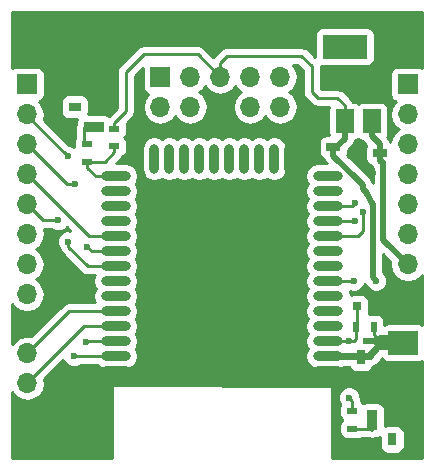
<source format=gbr>
G04 #@! TF.FileFunction,Copper,L1,Top,Signal*
%FSLAX46Y46*%
G04 Gerber Fmt 4.6, Leading zero omitted, Abs format (unit mm)*
G04 Created by KiCad (PCBNEW 4.0.7) date Wed Apr  4 13:04:03 2018*
%MOMM*%
%LPD*%
G01*
G04 APERTURE LIST*
%ADD10C,0.100000*%
%ADD11R,0.900000X0.500000*%
%ADD12R,0.750000X1.200000*%
%ADD13R,2.500000X2.000000*%
%ADD14R,0.800000X0.750000*%
%ADD15R,1.700000X1.700000*%
%ADD16O,1.700000X1.700000*%
%ADD17R,0.500000X0.900000*%
%ADD18O,2.500000X0.900000*%
%ADD19O,0.900000X2.500000*%
%ADD20R,6.000000X6.000000*%
%ADD21C,3.500000*%
%ADD22R,1.200000X0.750000*%
%ADD23R,3.800000X2.000000*%
%ADD24R,1.500000X2.000000*%
%ADD25R,1.700000X0.900000*%
%ADD26R,1.100000X0.800000*%
%ADD27R,0.900000X1.700000*%
%ADD28R,0.800000X1.100000*%
%ADD29C,0.600000*%
%ADD30C,0.250000*%
%ADD31C,0.500000*%
%ADD32C,0.625000*%
%ADD33C,1.270000*%
%ADD34C,0.254000*%
G04 APERTURE END LIST*
D10*
D11*
X146939000Y-92660600D03*
X146939000Y-91160600D03*
D12*
X147650200Y-88529200D03*
X147650200Y-86629200D03*
D13*
X151244300Y-89376000D03*
X151244300Y-85376000D03*
D14*
X147332000Y-82308700D03*
X148832000Y-82308700D03*
D15*
X119418100Y-91338400D03*
D16*
X119418100Y-88798400D03*
X119418100Y-86258400D03*
D15*
X119380000Y-63500000D03*
D16*
X119380000Y-66040000D03*
X119380000Y-68580000D03*
X119380000Y-71120000D03*
X119380000Y-73660000D03*
X119380000Y-76200000D03*
X119380000Y-78740000D03*
X119380000Y-81280000D03*
D15*
X151638000Y-63500000D03*
D16*
X151638000Y-66040000D03*
X151638000Y-68580000D03*
X151638000Y-71120000D03*
X151638000Y-73660000D03*
X151638000Y-76200000D03*
X151638000Y-78740000D03*
X151638000Y-81280000D03*
D17*
X148756500Y-84010500D03*
X147256500Y-84010500D03*
D11*
X124485400Y-70066600D03*
X124485400Y-68566600D03*
X126784100Y-67245800D03*
X126784100Y-68745800D03*
D18*
X126890000Y-87800000D03*
X126890000Y-86530000D03*
X126890000Y-85260000D03*
X126890000Y-83990000D03*
X126890000Y-82720000D03*
X126890000Y-81450000D03*
X126890000Y-80180000D03*
X126890000Y-78910000D03*
X126890000Y-77640000D03*
X126890000Y-76370000D03*
X126890000Y-75100000D03*
X126890000Y-73830000D03*
X126890000Y-72560000D03*
X126890000Y-71290000D03*
D19*
X130175000Y-69800000D03*
X131445000Y-69800000D03*
X132715000Y-69800000D03*
X133985000Y-69800000D03*
X135255000Y-69800000D03*
X136525000Y-69800000D03*
X137795000Y-69800000D03*
X139065000Y-69800000D03*
X140335000Y-69800000D03*
X141605000Y-69800000D03*
D18*
X144890000Y-71290000D03*
X144890000Y-72560000D03*
X144890000Y-73830000D03*
X144890000Y-75100000D03*
X144890000Y-76370000D03*
X144890000Y-77640000D03*
X144890000Y-78910000D03*
X144890000Y-80180000D03*
X144890000Y-81450000D03*
X144890000Y-82720000D03*
X144890000Y-83990000D03*
X144890000Y-85260000D03*
X144890000Y-86530000D03*
X144890000Y-87800000D03*
D20*
X136190000Y-80100000D03*
D21*
X136144000Y-80010000D03*
D15*
X130670300Y-62865000D03*
D16*
X130670300Y-65405000D03*
X133210300Y-62865000D03*
X133210300Y-65405000D03*
X135750300Y-62865000D03*
X135750300Y-65405000D03*
X138290300Y-62865000D03*
X138290300Y-65405000D03*
X140830300Y-62865000D03*
X140830300Y-65405000D03*
D22*
X147373300Y-69342000D03*
X149273300Y-69342000D03*
X143436300Y-68834000D03*
X145336300Y-68834000D03*
D23*
X146291300Y-60325000D03*
D24*
X146291300Y-66625000D03*
X148591300Y-66625000D03*
X143991300Y-66625000D03*
D25*
X125076800Y-63705000D03*
X125076800Y-67105000D03*
D26*
X123436800Y-65405000D03*
D27*
X148617200Y-91928100D03*
X152017200Y-91928100D03*
D28*
X150317200Y-93568100D03*
D29*
X123685300Y-79375000D03*
X123812300Y-81788000D03*
X142227300Y-67818000D03*
X148704300Y-70993000D03*
X132702300Y-59055000D03*
X128765300Y-59055000D03*
X125082300Y-59055000D03*
X122542300Y-90805000D03*
X122542300Y-93345000D03*
X125082300Y-93345000D03*
X125082300Y-90805000D03*
X141592300Y-76835000D03*
X137782300Y-74295000D03*
X133972300Y-74295000D03*
X131432300Y-76835000D03*
X130162300Y-79375000D03*
X130162300Y-81915000D03*
X131432300Y-86995000D03*
X131432300Y-84455000D03*
X133972300Y-84455000D03*
X133972300Y-86995000D03*
X136512300Y-86995000D03*
X136512300Y-84455000D03*
X139052300Y-84455000D03*
X139052300Y-86995000D03*
X141592300Y-79375000D03*
X141592300Y-81915000D03*
X141592300Y-84455000D03*
X141592300Y-86995000D03*
X149504400Y-81305400D03*
X149110700Y-88061800D03*
X141592300Y-59055000D03*
X137782300Y-59055000D03*
X125082300Y-61595000D03*
X148069300Y-85217000D03*
X148958300Y-80137000D03*
X146659600Y-85255100D03*
X146672300Y-90017600D03*
X122859800Y-76809600D03*
X122847100Y-69608700D03*
X123482100Y-71945500D03*
X124510800Y-77241400D03*
X122047000Y-75018900D03*
X124421900Y-85356700D03*
X147053300Y-80137000D03*
X147180300Y-75057000D03*
X147180300Y-73533000D03*
X147815300Y-74295000D03*
X123355100Y-86525100D03*
D30*
X125082300Y-62019264D02*
X125082300Y-61595000D01*
X125082300Y-63279500D02*
X125082300Y-62019264D01*
X124656800Y-63705000D02*
X125082300Y-63279500D01*
X123812300Y-81788000D02*
X123812300Y-79502000D01*
X123812300Y-79502000D02*
X123685300Y-79375000D01*
X143436300Y-68834000D02*
X143436300Y-69459000D01*
X143436300Y-69459000D02*
X143095300Y-69800000D01*
X143095300Y-69800000D02*
X142305000Y-69800000D01*
X142305000Y-69800000D02*
X141605000Y-69800000D01*
X143991300Y-66625000D02*
X143991300Y-68279000D01*
X143991300Y-68279000D02*
X143436300Y-68834000D01*
X142227300Y-67818000D02*
X142227300Y-69177700D01*
X142227300Y-69177700D02*
X141605000Y-69800000D01*
X148704300Y-70993000D02*
X148280036Y-70993000D01*
X148280036Y-70993000D02*
X147373300Y-70086264D01*
X147373300Y-70086264D02*
X147373300Y-69342000D01*
X132702300Y-59055000D02*
X137782300Y-59055000D01*
X125082300Y-59055000D02*
X128765300Y-59055000D01*
X136385300Y-67818000D02*
X135750300Y-67183000D01*
X141605000Y-68300000D02*
X141123000Y-67818000D01*
X141605000Y-69800000D02*
X141605000Y-68300000D01*
X141123000Y-67818000D02*
X136385300Y-67818000D01*
X135750300Y-67183000D02*
X135750300Y-65405000D01*
X125082300Y-87800000D02*
X125082300Y-90805000D01*
X122008900Y-91338400D02*
X119418100Y-91338400D01*
X122542300Y-90805000D02*
X122008900Y-91338400D01*
X125082300Y-93345000D02*
X122542300Y-93345000D01*
X130162300Y-87800000D02*
X130162300Y-81915000D01*
X141592300Y-76835000D02*
X138327300Y-80100000D01*
X133972300Y-74295000D02*
X137782300Y-74295000D01*
X131432300Y-78105000D02*
X131432300Y-76835000D01*
X130162300Y-79375000D02*
X131432300Y-78105000D01*
X138327300Y-80100000D02*
X136190000Y-80100000D01*
X139052300Y-87800000D02*
X139052300Y-86995000D01*
X131432300Y-87800000D02*
X131432300Y-88265000D01*
X131432300Y-86995000D02*
X131432300Y-87800000D01*
X133972300Y-84455000D02*
X131432300Y-84455000D01*
X136512300Y-86995000D02*
X133972300Y-86995000D01*
X139052300Y-84455000D02*
X136512300Y-84455000D01*
X141592300Y-87800000D02*
X141592300Y-86995000D01*
X140867300Y-80100000D02*
X136190000Y-80100000D01*
X141592300Y-79375000D02*
X140867300Y-80100000D01*
X141592300Y-84455000D02*
X141592300Y-81915000D01*
X141605000Y-69800000D02*
X141769300Y-69800000D01*
X141605000Y-69800000D02*
X141605000Y-69697600D01*
X141605000Y-69800000D02*
X141605000Y-74549000D01*
X141605000Y-74549000D02*
X136144000Y-80010000D01*
X149504400Y-81305400D02*
X149504400Y-81636300D01*
X149504400Y-81636300D02*
X148832000Y-82308700D01*
X149504400Y-81305400D02*
X151612600Y-81305400D01*
X151612600Y-81305400D02*
X151638000Y-81280000D01*
X148676400Y-88529200D02*
X148676400Y-88496100D01*
X148676400Y-88496100D02*
X149110700Y-88061800D01*
X148676400Y-88529200D02*
X149523200Y-89376000D01*
X149523200Y-89376000D02*
X151244300Y-89376000D01*
X147650200Y-88529200D02*
X148676400Y-88529200D01*
X144890000Y-87800000D02*
X145690000Y-87800000D01*
X145690000Y-87800000D02*
X146419200Y-88529200D01*
X146419200Y-88529200D02*
X147650200Y-88529200D01*
X152017200Y-92748100D02*
X152017200Y-90148900D01*
X152017200Y-90148900D02*
X151244300Y-89376000D01*
X126890000Y-87800000D02*
X130162300Y-87800000D01*
X130162300Y-87800000D02*
X136182100Y-87800000D01*
X136182100Y-87800000D02*
X139052300Y-87800000D01*
X139052300Y-87800000D02*
X141592300Y-87800000D01*
X141592300Y-87800000D02*
X144890000Y-87800000D01*
X136144000Y-80010000D02*
X136144000Y-87761900D01*
X136144000Y-87761900D02*
X136182100Y-87800000D01*
X125082300Y-87800000D02*
X126890000Y-87800000D01*
X135851900Y-65735200D02*
X135851900Y-65405000D01*
D31*
X147434300Y-71628000D02*
X147815300Y-72009000D01*
X147815300Y-72009000D02*
X147815300Y-72390000D01*
X147815300Y-72390000D02*
X148069300Y-72644000D01*
D30*
X135750300Y-62865000D02*
X135750300Y-61662919D01*
X135750300Y-61662919D02*
X136326219Y-61087000D01*
X136326219Y-61087000D02*
X142608300Y-61087000D01*
X142608300Y-61087000D02*
X143497300Y-61976000D01*
X143497300Y-61976000D02*
X143497300Y-64135000D01*
X143497300Y-64135000D02*
X144005300Y-64643000D01*
X144005300Y-64643000D02*
X145656300Y-64643000D01*
X145656300Y-64643000D02*
X146291300Y-65278000D01*
X146291300Y-65278000D02*
X146291300Y-66625000D01*
D31*
X146291300Y-66625000D02*
X146291300Y-68104000D01*
X146291300Y-68104000D02*
X145561300Y-68834000D01*
D30*
X145561300Y-68834000D02*
X145336300Y-68834000D01*
X145336300Y-68834000D02*
X145529300Y-68834000D01*
D31*
X147434300Y-71628000D02*
X145336300Y-69530000D01*
X145336300Y-69530000D02*
X145336300Y-68834000D01*
X148658301Y-73741001D02*
X148069300Y-72644000D01*
D30*
X147942300Y-72517000D02*
X148069300Y-72644000D01*
D31*
X148958300Y-80137000D02*
X148658301Y-79837001D01*
X148658301Y-79837001D02*
X148658301Y-73741001D01*
D30*
X148971000Y-84925000D02*
X148971000Y-85090000D01*
X148971000Y-85090000D02*
X148971000Y-85369400D01*
D31*
X148069300Y-85217000D02*
X148844000Y-85217000D01*
D30*
X148844000Y-85217000D02*
X148971000Y-85090000D01*
X126784100Y-67245800D02*
X126784100Y-66745800D01*
X127749300Y-62484000D02*
X129273300Y-60960000D01*
X126784100Y-66745800D02*
X127749300Y-65780600D01*
X129273300Y-60960000D02*
X133845300Y-60960000D01*
X127749300Y-65780600D02*
X127749300Y-62484000D01*
X133845300Y-60960000D02*
X135750300Y-62865000D01*
X135940800Y-62776100D02*
X135851900Y-62865000D01*
X148971000Y-85369400D02*
X148971000Y-86080600D01*
X148756500Y-84010500D02*
X148756500Y-84710500D01*
X148756500Y-84710500D02*
X148971000Y-84925000D01*
D32*
X148971000Y-85852000D02*
X148422400Y-86400600D01*
X148450300Y-86487000D02*
X147678100Y-86487000D01*
D33*
X150658000Y-85344000D02*
X149339300Y-85344000D01*
D30*
X151244300Y-85376000D02*
X150994300Y-85376000D01*
X150994300Y-85376000D02*
X150289700Y-86080600D01*
D32*
X144890000Y-86530000D02*
X147551000Y-86530000D01*
D30*
X147551000Y-86530000D02*
X147650200Y-86629200D01*
X147332000Y-82308700D02*
X147332000Y-83935000D01*
X147332000Y-83935000D02*
X147256500Y-84010500D01*
X147083864Y-85255100D02*
X147256500Y-85082464D01*
X147256500Y-85082464D02*
X147256500Y-84010500D01*
X146659600Y-85255100D02*
X147083864Y-85255100D01*
X146659600Y-85255100D02*
X144894900Y-85255100D01*
X144894900Y-85255100D02*
X144890000Y-85260000D01*
X146939000Y-91160600D02*
X146939000Y-90284300D01*
X146939000Y-90284300D02*
X146672300Y-90017600D01*
X119418100Y-88798400D02*
X124226500Y-83990000D01*
X124226500Y-83990000D02*
X126890000Y-83990000D01*
X119418100Y-86258400D02*
X122956500Y-82720000D01*
X122956500Y-82720000D02*
X126890000Y-82720000D01*
X122859800Y-76809600D02*
X122859800Y-77233864D01*
X122859800Y-77233864D02*
X124535936Y-78910000D01*
X124535936Y-78910000D02*
X125390000Y-78910000D01*
X125390000Y-78910000D02*
X126890000Y-78910000D01*
X122847100Y-69608700D02*
X119380000Y-66141600D01*
X119380000Y-66141600D02*
X119380000Y-66040000D01*
X126890000Y-78910000D02*
X126090000Y-78910000D01*
X126090000Y-78910000D02*
X126059700Y-78879700D01*
X123482100Y-71945500D02*
X122745500Y-71945500D01*
X122745500Y-71945500D02*
X119380000Y-68580000D01*
X126890000Y-77640000D02*
X124909400Y-77640000D01*
X124909400Y-77640000D02*
X124510800Y-77241400D01*
X126890000Y-76370000D02*
X124630000Y-76370000D01*
X124630000Y-76370000D02*
X119380000Y-71120000D01*
X122047000Y-75018900D02*
X120738900Y-75018900D01*
X120738900Y-75018900D02*
X119380000Y-73660000D01*
X126890000Y-85260000D02*
X124518600Y-85260000D01*
X124518600Y-85260000D02*
X124421900Y-85356700D01*
X146939000Y-92660600D02*
X148529700Y-92660600D01*
X148529700Y-92660600D02*
X148617200Y-92748100D01*
X124485400Y-70066600D02*
X125963300Y-70066600D01*
X125963300Y-70066600D02*
X126784100Y-69245800D01*
X126784100Y-69245800D02*
X126784100Y-68745800D01*
X124485400Y-70066600D02*
X124485400Y-70566600D01*
X124485400Y-70566600D02*
X125208800Y-71290000D01*
X125208800Y-71290000D02*
X125390000Y-71290000D01*
X125390000Y-71290000D02*
X126890000Y-71290000D01*
X124256800Y-67105000D02*
X124256800Y-68338000D01*
X124256800Y-68338000D02*
X124485400Y-68566600D01*
X144890000Y-80180000D02*
X147010300Y-80180000D01*
X147010300Y-80180000D02*
X147053300Y-80137000D01*
X144890000Y-80180000D02*
X145690000Y-80180000D01*
X144890000Y-75100000D02*
X147137300Y-75100000D01*
X147137300Y-75100000D02*
X147180300Y-75057000D01*
X144890000Y-73830000D02*
X146883300Y-73830000D01*
X146883300Y-73830000D02*
X147180300Y-73533000D01*
X147434300Y-76327000D02*
X147815300Y-75946000D01*
X147815300Y-75946000D02*
X147815300Y-74295000D01*
X146433000Y-76327000D02*
X147434300Y-76327000D01*
X144890000Y-76370000D02*
X146390000Y-76370000D01*
X146390000Y-76370000D02*
X146433000Y-76327000D01*
D31*
X149273300Y-69342000D02*
X149273300Y-69967000D01*
X149273300Y-69967000D02*
X149410300Y-70104000D01*
D30*
X149410300Y-70104000D02*
X149550300Y-70104000D01*
D31*
X148591300Y-66625000D02*
X148591300Y-67875000D01*
X148591300Y-67875000D02*
X149273300Y-68557000D01*
X149273300Y-68557000D02*
X149273300Y-69342000D01*
X149550300Y-70104000D02*
X149550300Y-76652300D01*
X149550300Y-76652300D02*
X151638000Y-78740000D01*
D30*
X126890000Y-86530000D02*
X123360000Y-86530000D01*
X123360000Y-86530000D02*
X123355100Y-86525100D01*
D34*
G36*
X142737300Y-62290802D02*
X142737300Y-64135000D01*
X142795152Y-64425839D01*
X142959899Y-64672401D01*
X143467899Y-65180401D01*
X143714461Y-65345148D01*
X144005300Y-65403000D01*
X144938816Y-65403000D01*
X144893860Y-65625000D01*
X144893860Y-67625000D01*
X144928964Y-67811560D01*
X144736300Y-67811560D01*
X144500983Y-67855838D01*
X144284859Y-67994910D01*
X144139869Y-68207110D01*
X144088860Y-68459000D01*
X144088860Y-69209000D01*
X144133138Y-69444317D01*
X144272210Y-69660441D01*
X144484410Y-69805431D01*
X144506997Y-69810005D01*
X144518667Y-69868675D01*
X144653151Y-70069946D01*
X144710510Y-70155790D01*
X144759720Y-70205000D01*
X144053071Y-70205000D01*
X143637859Y-70287591D01*
X143285860Y-70522789D01*
X143050662Y-70874788D01*
X142968071Y-71290000D01*
X143050662Y-71705212D01*
X143197520Y-71925000D01*
X143050662Y-72144788D01*
X142968071Y-72560000D01*
X143050662Y-72975212D01*
X143197520Y-73195000D01*
X143050662Y-73414788D01*
X142968071Y-73830000D01*
X143050662Y-74245212D01*
X143197520Y-74465000D01*
X143050662Y-74684788D01*
X142968071Y-75100000D01*
X143050662Y-75515212D01*
X143197520Y-75735000D01*
X143050662Y-75954788D01*
X142968071Y-76370000D01*
X143050662Y-76785212D01*
X143197520Y-77005000D01*
X143050662Y-77224788D01*
X142968071Y-77640000D01*
X143050662Y-78055212D01*
X143197520Y-78275000D01*
X143050662Y-78494788D01*
X142968071Y-78910000D01*
X143050662Y-79325212D01*
X143197520Y-79545000D01*
X143050662Y-79764788D01*
X142968071Y-80180000D01*
X143050662Y-80595212D01*
X143197520Y-80815000D01*
X143050662Y-81034788D01*
X142968071Y-81450000D01*
X143050662Y-81865212D01*
X143197520Y-82085000D01*
X143050662Y-82304788D01*
X142968071Y-82720000D01*
X143050662Y-83135212D01*
X143197520Y-83355000D01*
X143050662Y-83574788D01*
X142968071Y-83990000D01*
X143050662Y-84405212D01*
X143197520Y-84625000D01*
X143050662Y-84844788D01*
X142968071Y-85260000D01*
X143050662Y-85675212D01*
X143197520Y-85895000D01*
X143050662Y-86114788D01*
X142968071Y-86530000D01*
X143050662Y-86945212D01*
X143285860Y-87297211D01*
X143637859Y-87532409D01*
X144053071Y-87615000D01*
X145726929Y-87615000D01*
X146142141Y-87532409D01*
X146224318Y-87477500D01*
X146680392Y-87477500D01*
X146811110Y-87680641D01*
X147023310Y-87825631D01*
X147275200Y-87876640D01*
X148025200Y-87876640D01*
X148260517Y-87832362D01*
X148476641Y-87693290D01*
X148621631Y-87481090D01*
X148638653Y-87397034D01*
X148812893Y-87362376D01*
X149120284Y-87156984D01*
X149325676Y-86849593D01*
X149328730Y-86834237D01*
X149453984Y-86708983D01*
X149530210Y-86827441D01*
X149742410Y-86972431D01*
X149994300Y-87023440D01*
X152494300Y-87023440D01*
X152729617Y-86979162D01*
X152836092Y-86910647D01*
X152833245Y-95162300D01*
X145213138Y-95162300D01*
X145222477Y-90202767D01*
X145737138Y-90202767D01*
X145879183Y-90546543D01*
X145932628Y-90600081D01*
X145892569Y-90658710D01*
X145841560Y-90910600D01*
X145841560Y-91410600D01*
X145885838Y-91645917D01*
X146024910Y-91862041D01*
X146094711Y-91909734D01*
X146037559Y-91946510D01*
X145892569Y-92158710D01*
X145841560Y-92410600D01*
X145841560Y-92910600D01*
X145885838Y-93145917D01*
X146024910Y-93362041D01*
X146237110Y-93507031D01*
X146489000Y-93558040D01*
X147389000Y-93558040D01*
X147624317Y-93513762D01*
X147769095Y-93420600D01*
X148142806Y-93420600D01*
X148167200Y-93425540D01*
X148289383Y-93425540D01*
X148326361Y-93450248D01*
X148617200Y-93508100D01*
X148908040Y-93450248D01*
X148945018Y-93425540D01*
X149067200Y-93425540D01*
X149269760Y-93387426D01*
X149269760Y-94118100D01*
X149314038Y-94353417D01*
X149453110Y-94569541D01*
X149665310Y-94714531D01*
X149917200Y-94765540D01*
X150717200Y-94765540D01*
X150952517Y-94721262D01*
X151168641Y-94582190D01*
X151313631Y-94369990D01*
X151364640Y-94118100D01*
X151364640Y-93018100D01*
X151320362Y-92782783D01*
X151181290Y-92566659D01*
X150969090Y-92421669D01*
X150717200Y-92370660D01*
X149917200Y-92370660D01*
X149714640Y-92408774D01*
X149714640Y-91078100D01*
X149670362Y-90842783D01*
X149531290Y-90626659D01*
X149319090Y-90481669D01*
X149067200Y-90430660D01*
X148167200Y-90430660D01*
X147931883Y-90474938D01*
X147883343Y-90506173D01*
X147853090Y-90459159D01*
X147699000Y-90353874D01*
X147699000Y-90284300D01*
X147641148Y-89993461D01*
X147607366Y-89942902D01*
X147607462Y-89832433D01*
X147465417Y-89488657D01*
X147202627Y-89225408D01*
X146859099Y-89082762D01*
X146487133Y-89082438D01*
X146143357Y-89224483D01*
X145880108Y-89487273D01*
X145737462Y-89830801D01*
X145737138Y-90202767D01*
X145222477Y-90202767D01*
X145224500Y-89128839D01*
X145214587Y-89079410D01*
X145186225Y-89037732D01*
X145143882Y-89010373D01*
X145097763Y-89001600D01*
X126733563Y-88963500D01*
X126684133Y-88973404D01*
X126642449Y-89001758D01*
X126615081Y-89044096D01*
X126606300Y-89090500D01*
X126606300Y-95162300D01*
X118133936Y-95162300D01*
X118131844Y-89538492D01*
X118338953Y-89848454D01*
X118820722Y-90170361D01*
X119389007Y-90283400D01*
X119447193Y-90283400D01*
X120015478Y-90170361D01*
X120497247Y-89848454D01*
X120819154Y-89366685D01*
X120932193Y-88798400D01*
X120859310Y-88431992D01*
X122467040Y-86824263D01*
X122561983Y-87054043D01*
X122824773Y-87317292D01*
X123168301Y-87459938D01*
X123540267Y-87460262D01*
X123884043Y-87318217D01*
X123912309Y-87290000D01*
X125281042Y-87290000D01*
X125285860Y-87297211D01*
X125637859Y-87532409D01*
X126053071Y-87615000D01*
X127726929Y-87615000D01*
X128142141Y-87532409D01*
X128494140Y-87297211D01*
X128729338Y-86945212D01*
X128811929Y-86530000D01*
X128729338Y-86114788D01*
X128582480Y-85895000D01*
X128729338Y-85675212D01*
X128811929Y-85260000D01*
X128729338Y-84844788D01*
X128582480Y-84625000D01*
X128729338Y-84405212D01*
X128811929Y-83990000D01*
X128729338Y-83574788D01*
X128582480Y-83355000D01*
X128729338Y-83135212D01*
X128811929Y-82720000D01*
X128729338Y-82304788D01*
X128582480Y-82085000D01*
X128729338Y-81865212D01*
X128811929Y-81450000D01*
X128729338Y-81034788D01*
X128582480Y-80815000D01*
X128729338Y-80595212D01*
X128811929Y-80180000D01*
X128729338Y-79764788D01*
X128582480Y-79545000D01*
X128729338Y-79325212D01*
X128811929Y-78910000D01*
X128729338Y-78494788D01*
X128582480Y-78275000D01*
X128729338Y-78055212D01*
X128811929Y-77640000D01*
X128729338Y-77224788D01*
X128582480Y-77005000D01*
X128729338Y-76785212D01*
X128811929Y-76370000D01*
X128729338Y-75954788D01*
X128582480Y-75735000D01*
X128729338Y-75515212D01*
X128811929Y-75100000D01*
X128729338Y-74684788D01*
X128582480Y-74465000D01*
X128729338Y-74245212D01*
X128811929Y-73830000D01*
X128729338Y-73414788D01*
X128582480Y-73195000D01*
X128729338Y-72975212D01*
X128811929Y-72560000D01*
X128729338Y-72144788D01*
X128582480Y-71925000D01*
X128729338Y-71705212D01*
X128811929Y-71290000D01*
X128729338Y-70874788D01*
X128494140Y-70522789D01*
X128142141Y-70287591D01*
X127726929Y-70205000D01*
X126899702Y-70205000D01*
X127321501Y-69783202D01*
X127431580Y-69618455D01*
X127441037Y-69604302D01*
X127469417Y-69598962D01*
X127685541Y-69459890D01*
X127830531Y-69247690D01*
X127881540Y-68995800D01*
X127881540Y-68963071D01*
X129090000Y-68963071D01*
X129090000Y-70636929D01*
X129172591Y-71052141D01*
X129407789Y-71404140D01*
X129759788Y-71639338D01*
X130175000Y-71721929D01*
X130590212Y-71639338D01*
X130810000Y-71492480D01*
X131029788Y-71639338D01*
X131445000Y-71721929D01*
X131860212Y-71639338D01*
X132080000Y-71492480D01*
X132299788Y-71639338D01*
X132715000Y-71721929D01*
X133130212Y-71639338D01*
X133350000Y-71492480D01*
X133569788Y-71639338D01*
X133985000Y-71721929D01*
X134400212Y-71639338D01*
X134620000Y-71492480D01*
X134839788Y-71639338D01*
X135255000Y-71721929D01*
X135670212Y-71639338D01*
X135890000Y-71492480D01*
X136109788Y-71639338D01*
X136525000Y-71721929D01*
X136940212Y-71639338D01*
X137160000Y-71492480D01*
X137379788Y-71639338D01*
X137795000Y-71721929D01*
X138210212Y-71639338D01*
X138430000Y-71492480D01*
X138649788Y-71639338D01*
X139065000Y-71721929D01*
X139480212Y-71639338D01*
X139700000Y-71492480D01*
X139919788Y-71639338D01*
X140335000Y-71721929D01*
X140750212Y-71639338D01*
X141102211Y-71404140D01*
X141337409Y-71052141D01*
X141420000Y-70636929D01*
X141420000Y-68963071D01*
X141337409Y-68547859D01*
X141102211Y-68195860D01*
X140750212Y-67960662D01*
X140335000Y-67878071D01*
X139919788Y-67960662D01*
X139700000Y-68107520D01*
X139480212Y-67960662D01*
X139065000Y-67878071D01*
X138649788Y-67960662D01*
X138430000Y-68107520D01*
X138210212Y-67960662D01*
X137795000Y-67878071D01*
X137379788Y-67960662D01*
X137160000Y-68107520D01*
X136940212Y-67960662D01*
X136525000Y-67878071D01*
X136109788Y-67960662D01*
X135890000Y-68107520D01*
X135670212Y-67960662D01*
X135255000Y-67878071D01*
X134839788Y-67960662D01*
X134620000Y-68107520D01*
X134400212Y-67960662D01*
X133985000Y-67878071D01*
X133569788Y-67960662D01*
X133350000Y-68107520D01*
X133130212Y-67960662D01*
X132715000Y-67878071D01*
X132299788Y-67960662D01*
X132080000Y-68107520D01*
X131860212Y-67960662D01*
X131445000Y-67878071D01*
X131029788Y-67960662D01*
X130810000Y-68107520D01*
X130590212Y-67960662D01*
X130175000Y-67878071D01*
X129759788Y-67960662D01*
X129407789Y-68195860D01*
X129172591Y-68547859D01*
X129090000Y-68963071D01*
X127881540Y-68963071D01*
X127881540Y-68495800D01*
X127837262Y-68260483D01*
X127698190Y-68044359D01*
X127628389Y-67996666D01*
X127685541Y-67959890D01*
X127830531Y-67747690D01*
X127881540Y-67495800D01*
X127881540Y-66995800D01*
X127838364Y-66766338D01*
X128286701Y-66318001D01*
X128451448Y-66071439D01*
X128509300Y-65780600D01*
X128509300Y-62798802D01*
X129172860Y-62135242D01*
X129172860Y-63715000D01*
X129217138Y-63950317D01*
X129356210Y-64166441D01*
X129568410Y-64311431D01*
X129624754Y-64322841D01*
X129620246Y-64325853D01*
X129298339Y-64807622D01*
X129185300Y-65375907D01*
X129185300Y-65434093D01*
X129298339Y-66002378D01*
X129620246Y-66484147D01*
X130102015Y-66806054D01*
X130670300Y-66919093D01*
X131238585Y-66806054D01*
X131720354Y-66484147D01*
X131940300Y-66154974D01*
X132160246Y-66484147D01*
X132642015Y-66806054D01*
X133210300Y-66919093D01*
X133778585Y-66806054D01*
X134260354Y-66484147D01*
X134582261Y-66002378D01*
X134695300Y-65434093D01*
X134695300Y-65375907D01*
X134582261Y-64807622D01*
X134260354Y-64325853D01*
X133974722Y-64135000D01*
X134260354Y-63944147D01*
X134480300Y-63614974D01*
X134700246Y-63944147D01*
X135182015Y-64266054D01*
X135750300Y-64379093D01*
X136318585Y-64266054D01*
X136800354Y-63944147D01*
X137020300Y-63614974D01*
X137240246Y-63944147D01*
X137525878Y-64135000D01*
X137240246Y-64325853D01*
X136918339Y-64807622D01*
X136805300Y-65375907D01*
X136805300Y-65434093D01*
X136918339Y-66002378D01*
X137240246Y-66484147D01*
X137722015Y-66806054D01*
X138290300Y-66919093D01*
X138858585Y-66806054D01*
X139340354Y-66484147D01*
X139560300Y-66154974D01*
X139780246Y-66484147D01*
X140262015Y-66806054D01*
X140830300Y-66919093D01*
X141398585Y-66806054D01*
X141880354Y-66484147D01*
X142202261Y-66002378D01*
X142315300Y-65434093D01*
X142315300Y-65375907D01*
X142202261Y-64807622D01*
X141880354Y-64325853D01*
X141594722Y-64135000D01*
X141880354Y-63944147D01*
X142202261Y-63462378D01*
X142315300Y-62894093D01*
X142315300Y-62835907D01*
X142202261Y-62267622D01*
X141921211Y-61847000D01*
X142293498Y-61847000D01*
X142737300Y-62290802D01*
X142737300Y-62290802D01*
G37*
X142737300Y-62290802D02*
X142737300Y-64135000D01*
X142795152Y-64425839D01*
X142959899Y-64672401D01*
X143467899Y-65180401D01*
X143714461Y-65345148D01*
X144005300Y-65403000D01*
X144938816Y-65403000D01*
X144893860Y-65625000D01*
X144893860Y-67625000D01*
X144928964Y-67811560D01*
X144736300Y-67811560D01*
X144500983Y-67855838D01*
X144284859Y-67994910D01*
X144139869Y-68207110D01*
X144088860Y-68459000D01*
X144088860Y-69209000D01*
X144133138Y-69444317D01*
X144272210Y-69660441D01*
X144484410Y-69805431D01*
X144506997Y-69810005D01*
X144518667Y-69868675D01*
X144653151Y-70069946D01*
X144710510Y-70155790D01*
X144759720Y-70205000D01*
X144053071Y-70205000D01*
X143637859Y-70287591D01*
X143285860Y-70522789D01*
X143050662Y-70874788D01*
X142968071Y-71290000D01*
X143050662Y-71705212D01*
X143197520Y-71925000D01*
X143050662Y-72144788D01*
X142968071Y-72560000D01*
X143050662Y-72975212D01*
X143197520Y-73195000D01*
X143050662Y-73414788D01*
X142968071Y-73830000D01*
X143050662Y-74245212D01*
X143197520Y-74465000D01*
X143050662Y-74684788D01*
X142968071Y-75100000D01*
X143050662Y-75515212D01*
X143197520Y-75735000D01*
X143050662Y-75954788D01*
X142968071Y-76370000D01*
X143050662Y-76785212D01*
X143197520Y-77005000D01*
X143050662Y-77224788D01*
X142968071Y-77640000D01*
X143050662Y-78055212D01*
X143197520Y-78275000D01*
X143050662Y-78494788D01*
X142968071Y-78910000D01*
X143050662Y-79325212D01*
X143197520Y-79545000D01*
X143050662Y-79764788D01*
X142968071Y-80180000D01*
X143050662Y-80595212D01*
X143197520Y-80815000D01*
X143050662Y-81034788D01*
X142968071Y-81450000D01*
X143050662Y-81865212D01*
X143197520Y-82085000D01*
X143050662Y-82304788D01*
X142968071Y-82720000D01*
X143050662Y-83135212D01*
X143197520Y-83355000D01*
X143050662Y-83574788D01*
X142968071Y-83990000D01*
X143050662Y-84405212D01*
X143197520Y-84625000D01*
X143050662Y-84844788D01*
X142968071Y-85260000D01*
X143050662Y-85675212D01*
X143197520Y-85895000D01*
X143050662Y-86114788D01*
X142968071Y-86530000D01*
X143050662Y-86945212D01*
X143285860Y-87297211D01*
X143637859Y-87532409D01*
X144053071Y-87615000D01*
X145726929Y-87615000D01*
X146142141Y-87532409D01*
X146224318Y-87477500D01*
X146680392Y-87477500D01*
X146811110Y-87680641D01*
X147023310Y-87825631D01*
X147275200Y-87876640D01*
X148025200Y-87876640D01*
X148260517Y-87832362D01*
X148476641Y-87693290D01*
X148621631Y-87481090D01*
X148638653Y-87397034D01*
X148812893Y-87362376D01*
X149120284Y-87156984D01*
X149325676Y-86849593D01*
X149328730Y-86834237D01*
X149453984Y-86708983D01*
X149530210Y-86827441D01*
X149742410Y-86972431D01*
X149994300Y-87023440D01*
X152494300Y-87023440D01*
X152729617Y-86979162D01*
X152836092Y-86910647D01*
X152833245Y-95162300D01*
X145213138Y-95162300D01*
X145222477Y-90202767D01*
X145737138Y-90202767D01*
X145879183Y-90546543D01*
X145932628Y-90600081D01*
X145892569Y-90658710D01*
X145841560Y-90910600D01*
X145841560Y-91410600D01*
X145885838Y-91645917D01*
X146024910Y-91862041D01*
X146094711Y-91909734D01*
X146037559Y-91946510D01*
X145892569Y-92158710D01*
X145841560Y-92410600D01*
X145841560Y-92910600D01*
X145885838Y-93145917D01*
X146024910Y-93362041D01*
X146237110Y-93507031D01*
X146489000Y-93558040D01*
X147389000Y-93558040D01*
X147624317Y-93513762D01*
X147769095Y-93420600D01*
X148142806Y-93420600D01*
X148167200Y-93425540D01*
X148289383Y-93425540D01*
X148326361Y-93450248D01*
X148617200Y-93508100D01*
X148908040Y-93450248D01*
X148945018Y-93425540D01*
X149067200Y-93425540D01*
X149269760Y-93387426D01*
X149269760Y-94118100D01*
X149314038Y-94353417D01*
X149453110Y-94569541D01*
X149665310Y-94714531D01*
X149917200Y-94765540D01*
X150717200Y-94765540D01*
X150952517Y-94721262D01*
X151168641Y-94582190D01*
X151313631Y-94369990D01*
X151364640Y-94118100D01*
X151364640Y-93018100D01*
X151320362Y-92782783D01*
X151181290Y-92566659D01*
X150969090Y-92421669D01*
X150717200Y-92370660D01*
X149917200Y-92370660D01*
X149714640Y-92408774D01*
X149714640Y-91078100D01*
X149670362Y-90842783D01*
X149531290Y-90626659D01*
X149319090Y-90481669D01*
X149067200Y-90430660D01*
X148167200Y-90430660D01*
X147931883Y-90474938D01*
X147883343Y-90506173D01*
X147853090Y-90459159D01*
X147699000Y-90353874D01*
X147699000Y-90284300D01*
X147641148Y-89993461D01*
X147607366Y-89942902D01*
X147607462Y-89832433D01*
X147465417Y-89488657D01*
X147202627Y-89225408D01*
X146859099Y-89082762D01*
X146487133Y-89082438D01*
X146143357Y-89224483D01*
X145880108Y-89487273D01*
X145737462Y-89830801D01*
X145737138Y-90202767D01*
X145222477Y-90202767D01*
X145224500Y-89128839D01*
X145214587Y-89079410D01*
X145186225Y-89037732D01*
X145143882Y-89010373D01*
X145097763Y-89001600D01*
X126733563Y-88963500D01*
X126684133Y-88973404D01*
X126642449Y-89001758D01*
X126615081Y-89044096D01*
X126606300Y-89090500D01*
X126606300Y-95162300D01*
X118133936Y-95162300D01*
X118131844Y-89538492D01*
X118338953Y-89848454D01*
X118820722Y-90170361D01*
X119389007Y-90283400D01*
X119447193Y-90283400D01*
X120015478Y-90170361D01*
X120497247Y-89848454D01*
X120819154Y-89366685D01*
X120932193Y-88798400D01*
X120859310Y-88431992D01*
X122467040Y-86824263D01*
X122561983Y-87054043D01*
X122824773Y-87317292D01*
X123168301Y-87459938D01*
X123540267Y-87460262D01*
X123884043Y-87318217D01*
X123912309Y-87290000D01*
X125281042Y-87290000D01*
X125285860Y-87297211D01*
X125637859Y-87532409D01*
X126053071Y-87615000D01*
X127726929Y-87615000D01*
X128142141Y-87532409D01*
X128494140Y-87297211D01*
X128729338Y-86945212D01*
X128811929Y-86530000D01*
X128729338Y-86114788D01*
X128582480Y-85895000D01*
X128729338Y-85675212D01*
X128811929Y-85260000D01*
X128729338Y-84844788D01*
X128582480Y-84625000D01*
X128729338Y-84405212D01*
X128811929Y-83990000D01*
X128729338Y-83574788D01*
X128582480Y-83355000D01*
X128729338Y-83135212D01*
X128811929Y-82720000D01*
X128729338Y-82304788D01*
X128582480Y-82085000D01*
X128729338Y-81865212D01*
X128811929Y-81450000D01*
X128729338Y-81034788D01*
X128582480Y-80815000D01*
X128729338Y-80595212D01*
X128811929Y-80180000D01*
X128729338Y-79764788D01*
X128582480Y-79545000D01*
X128729338Y-79325212D01*
X128811929Y-78910000D01*
X128729338Y-78494788D01*
X128582480Y-78275000D01*
X128729338Y-78055212D01*
X128811929Y-77640000D01*
X128729338Y-77224788D01*
X128582480Y-77005000D01*
X128729338Y-76785212D01*
X128811929Y-76370000D01*
X128729338Y-75954788D01*
X128582480Y-75735000D01*
X128729338Y-75515212D01*
X128811929Y-75100000D01*
X128729338Y-74684788D01*
X128582480Y-74465000D01*
X128729338Y-74245212D01*
X128811929Y-73830000D01*
X128729338Y-73414788D01*
X128582480Y-73195000D01*
X128729338Y-72975212D01*
X128811929Y-72560000D01*
X128729338Y-72144788D01*
X128582480Y-71925000D01*
X128729338Y-71705212D01*
X128811929Y-71290000D01*
X128729338Y-70874788D01*
X128494140Y-70522789D01*
X128142141Y-70287591D01*
X127726929Y-70205000D01*
X126899702Y-70205000D01*
X127321501Y-69783202D01*
X127431580Y-69618455D01*
X127441037Y-69604302D01*
X127469417Y-69598962D01*
X127685541Y-69459890D01*
X127830531Y-69247690D01*
X127881540Y-68995800D01*
X127881540Y-68963071D01*
X129090000Y-68963071D01*
X129090000Y-70636929D01*
X129172591Y-71052141D01*
X129407789Y-71404140D01*
X129759788Y-71639338D01*
X130175000Y-71721929D01*
X130590212Y-71639338D01*
X130810000Y-71492480D01*
X131029788Y-71639338D01*
X131445000Y-71721929D01*
X131860212Y-71639338D01*
X132080000Y-71492480D01*
X132299788Y-71639338D01*
X132715000Y-71721929D01*
X133130212Y-71639338D01*
X133350000Y-71492480D01*
X133569788Y-71639338D01*
X133985000Y-71721929D01*
X134400212Y-71639338D01*
X134620000Y-71492480D01*
X134839788Y-71639338D01*
X135255000Y-71721929D01*
X135670212Y-71639338D01*
X135890000Y-71492480D01*
X136109788Y-71639338D01*
X136525000Y-71721929D01*
X136940212Y-71639338D01*
X137160000Y-71492480D01*
X137379788Y-71639338D01*
X137795000Y-71721929D01*
X138210212Y-71639338D01*
X138430000Y-71492480D01*
X138649788Y-71639338D01*
X139065000Y-71721929D01*
X139480212Y-71639338D01*
X139700000Y-71492480D01*
X139919788Y-71639338D01*
X140335000Y-71721929D01*
X140750212Y-71639338D01*
X141102211Y-71404140D01*
X141337409Y-71052141D01*
X141420000Y-70636929D01*
X141420000Y-68963071D01*
X141337409Y-68547859D01*
X141102211Y-68195860D01*
X140750212Y-67960662D01*
X140335000Y-67878071D01*
X139919788Y-67960662D01*
X139700000Y-68107520D01*
X139480212Y-67960662D01*
X139065000Y-67878071D01*
X138649788Y-67960662D01*
X138430000Y-68107520D01*
X138210212Y-67960662D01*
X137795000Y-67878071D01*
X137379788Y-67960662D01*
X137160000Y-68107520D01*
X136940212Y-67960662D01*
X136525000Y-67878071D01*
X136109788Y-67960662D01*
X135890000Y-68107520D01*
X135670212Y-67960662D01*
X135255000Y-67878071D01*
X134839788Y-67960662D01*
X134620000Y-68107520D01*
X134400212Y-67960662D01*
X133985000Y-67878071D01*
X133569788Y-67960662D01*
X133350000Y-68107520D01*
X133130212Y-67960662D01*
X132715000Y-67878071D01*
X132299788Y-67960662D01*
X132080000Y-68107520D01*
X131860212Y-67960662D01*
X131445000Y-67878071D01*
X131029788Y-67960662D01*
X130810000Y-68107520D01*
X130590212Y-67960662D01*
X130175000Y-67878071D01*
X129759788Y-67960662D01*
X129407789Y-68195860D01*
X129172591Y-68547859D01*
X129090000Y-68963071D01*
X127881540Y-68963071D01*
X127881540Y-68495800D01*
X127837262Y-68260483D01*
X127698190Y-68044359D01*
X127628389Y-67996666D01*
X127685541Y-67959890D01*
X127830531Y-67747690D01*
X127881540Y-67495800D01*
X127881540Y-66995800D01*
X127838364Y-66766338D01*
X128286701Y-66318001D01*
X128451448Y-66071439D01*
X128509300Y-65780600D01*
X128509300Y-62798802D01*
X129172860Y-62135242D01*
X129172860Y-63715000D01*
X129217138Y-63950317D01*
X129356210Y-64166441D01*
X129568410Y-64311431D01*
X129624754Y-64322841D01*
X129620246Y-64325853D01*
X129298339Y-64807622D01*
X129185300Y-65375907D01*
X129185300Y-65434093D01*
X129298339Y-66002378D01*
X129620246Y-66484147D01*
X130102015Y-66806054D01*
X130670300Y-66919093D01*
X131238585Y-66806054D01*
X131720354Y-66484147D01*
X131940300Y-66154974D01*
X132160246Y-66484147D01*
X132642015Y-66806054D01*
X133210300Y-66919093D01*
X133778585Y-66806054D01*
X134260354Y-66484147D01*
X134582261Y-66002378D01*
X134695300Y-65434093D01*
X134695300Y-65375907D01*
X134582261Y-64807622D01*
X134260354Y-64325853D01*
X133974722Y-64135000D01*
X134260354Y-63944147D01*
X134480300Y-63614974D01*
X134700246Y-63944147D01*
X135182015Y-64266054D01*
X135750300Y-64379093D01*
X136318585Y-64266054D01*
X136800354Y-63944147D01*
X137020300Y-63614974D01*
X137240246Y-63944147D01*
X137525878Y-64135000D01*
X137240246Y-64325853D01*
X136918339Y-64807622D01*
X136805300Y-65375907D01*
X136805300Y-65434093D01*
X136918339Y-66002378D01*
X137240246Y-66484147D01*
X137722015Y-66806054D01*
X138290300Y-66919093D01*
X138858585Y-66806054D01*
X139340354Y-66484147D01*
X139560300Y-66154974D01*
X139780246Y-66484147D01*
X140262015Y-66806054D01*
X140830300Y-66919093D01*
X141398585Y-66806054D01*
X141880354Y-66484147D01*
X142202261Y-66002378D01*
X142315300Y-65434093D01*
X142315300Y-65375907D01*
X142202261Y-64807622D01*
X141880354Y-64325853D01*
X141594722Y-64135000D01*
X141880354Y-63944147D01*
X142202261Y-63462378D01*
X142315300Y-62894093D01*
X142315300Y-62835907D01*
X142202261Y-62267622D01*
X141921211Y-61847000D01*
X142293498Y-61847000D01*
X142737300Y-62290802D01*
G36*
X123069448Y-75884250D02*
X123046599Y-75874762D01*
X122674633Y-75874438D01*
X122330857Y-76016483D01*
X122067608Y-76279273D01*
X121924962Y-76622801D01*
X121924638Y-76994767D01*
X122066683Y-77338543D01*
X122134045Y-77406022D01*
X122157652Y-77524703D01*
X122322399Y-77771265D01*
X123998535Y-79447401D01*
X124245096Y-79612148D01*
X124535936Y-79670000D01*
X125113997Y-79670000D01*
X125050662Y-79764788D01*
X124968071Y-80180000D01*
X125050662Y-80595212D01*
X125197520Y-80815000D01*
X125050662Y-81034788D01*
X124968071Y-81450000D01*
X125050662Y-81865212D01*
X125113997Y-81960000D01*
X122956500Y-81960000D01*
X122665660Y-82017852D01*
X122419099Y-82182599D01*
X119765069Y-84836629D01*
X119447193Y-84773400D01*
X119389007Y-84773400D01*
X118820722Y-84886439D01*
X118338953Y-85208346D01*
X118130349Y-85520545D01*
X118129066Y-82072957D01*
X118300853Y-82330054D01*
X118782622Y-82651961D01*
X119350907Y-82765000D01*
X119409093Y-82765000D01*
X119977378Y-82651961D01*
X120459147Y-82330054D01*
X120781054Y-81848285D01*
X120894093Y-81280000D01*
X120781054Y-80711715D01*
X120459147Y-80229946D01*
X120129974Y-80010000D01*
X120459147Y-79790054D01*
X120781054Y-79308285D01*
X120894093Y-78740000D01*
X120781054Y-78171715D01*
X120459147Y-77689946D01*
X120129974Y-77470000D01*
X120459147Y-77250054D01*
X120781054Y-76768285D01*
X120894093Y-76200000D01*
X120810331Y-75778900D01*
X121484537Y-75778900D01*
X121516673Y-75811092D01*
X121860201Y-75953738D01*
X122232167Y-75954062D01*
X122575943Y-75812017D01*
X122786763Y-75601565D01*
X123069448Y-75884250D01*
X123069448Y-75884250D01*
G37*
X123069448Y-75884250D02*
X123046599Y-75874762D01*
X122674633Y-75874438D01*
X122330857Y-76016483D01*
X122067608Y-76279273D01*
X121924962Y-76622801D01*
X121924638Y-76994767D01*
X122066683Y-77338543D01*
X122134045Y-77406022D01*
X122157652Y-77524703D01*
X122322399Y-77771265D01*
X123998535Y-79447401D01*
X124245096Y-79612148D01*
X124535936Y-79670000D01*
X125113997Y-79670000D01*
X125050662Y-79764788D01*
X124968071Y-80180000D01*
X125050662Y-80595212D01*
X125197520Y-80815000D01*
X125050662Y-81034788D01*
X124968071Y-81450000D01*
X125050662Y-81865212D01*
X125113997Y-81960000D01*
X122956500Y-81960000D01*
X122665660Y-82017852D01*
X122419099Y-82182599D01*
X119765069Y-84836629D01*
X119447193Y-84773400D01*
X119389007Y-84773400D01*
X118820722Y-84886439D01*
X118338953Y-85208346D01*
X118130349Y-85520545D01*
X118129066Y-82072957D01*
X118300853Y-82330054D01*
X118782622Y-82651961D01*
X119350907Y-82765000D01*
X119409093Y-82765000D01*
X119977378Y-82651961D01*
X120459147Y-82330054D01*
X120781054Y-81848285D01*
X120894093Y-81280000D01*
X120781054Y-80711715D01*
X120459147Y-80229946D01*
X120129974Y-80010000D01*
X120459147Y-79790054D01*
X120781054Y-79308285D01*
X120894093Y-78740000D01*
X120781054Y-78171715D01*
X120459147Y-77689946D01*
X120129974Y-77470000D01*
X120459147Y-77250054D01*
X120781054Y-76768285D01*
X120894093Y-76200000D01*
X120810331Y-75778900D01*
X121484537Y-75778900D01*
X121516673Y-75811092D01*
X121860201Y-75953738D01*
X122232167Y-75954062D01*
X122575943Y-75812017D01*
X122786763Y-75601565D01*
X123069448Y-75884250D01*
G36*
X150167461Y-78521040D02*
X150123907Y-78740000D01*
X150236946Y-79308285D01*
X150558853Y-79790054D01*
X151040622Y-80111961D01*
X151608907Y-80225000D01*
X151667093Y-80225000D01*
X152235378Y-80111961D01*
X152717147Y-79790054D01*
X152838612Y-79608268D01*
X152837151Y-83841720D01*
X152746190Y-83779569D01*
X152494300Y-83728560D01*
X149994300Y-83728560D01*
X149758983Y-83772838D01*
X149653940Y-83840431D01*
X149653940Y-83560500D01*
X149609662Y-83325183D01*
X149470590Y-83109059D01*
X149258390Y-82964069D01*
X149006500Y-82913060D01*
X148506500Y-82913060D01*
X148319825Y-82948185D01*
X148328431Y-82935590D01*
X148379440Y-82683700D01*
X148379440Y-81933700D01*
X148335162Y-81698383D01*
X148196090Y-81482259D01*
X147983890Y-81337269D01*
X147732000Y-81286260D01*
X146932000Y-81286260D01*
X146784866Y-81313945D01*
X146729338Y-81034788D01*
X146710930Y-81007239D01*
X146866501Y-81071838D01*
X147238467Y-81072162D01*
X147582243Y-80930117D01*
X147845492Y-80667327D01*
X147969550Y-80368563D01*
X148032511Y-80462791D01*
X148115556Y-80545835D01*
X148165183Y-80665943D01*
X148427973Y-80929192D01*
X148771501Y-81071838D01*
X149143467Y-81072162D01*
X149487243Y-80930117D01*
X149750492Y-80667327D01*
X149893138Y-80323799D01*
X149893462Y-79951833D01*
X149751417Y-79608057D01*
X149543301Y-79399577D01*
X149543301Y-77896881D01*
X150167461Y-78521040D01*
X150167461Y-78521040D01*
G37*
X150167461Y-78521040D02*
X150123907Y-78740000D01*
X150236946Y-79308285D01*
X150558853Y-79790054D01*
X151040622Y-80111961D01*
X151608907Y-80225000D01*
X151667093Y-80225000D01*
X152235378Y-80111961D01*
X152717147Y-79790054D01*
X152838612Y-79608268D01*
X152837151Y-83841720D01*
X152746190Y-83779569D01*
X152494300Y-83728560D01*
X149994300Y-83728560D01*
X149758983Y-83772838D01*
X149653940Y-83840431D01*
X149653940Y-83560500D01*
X149609662Y-83325183D01*
X149470590Y-83109059D01*
X149258390Y-82964069D01*
X149006500Y-82913060D01*
X148506500Y-82913060D01*
X148319825Y-82948185D01*
X148328431Y-82935590D01*
X148379440Y-82683700D01*
X148379440Y-81933700D01*
X148335162Y-81698383D01*
X148196090Y-81482259D01*
X147983890Y-81337269D01*
X147732000Y-81286260D01*
X146932000Y-81286260D01*
X146784866Y-81313945D01*
X146729338Y-81034788D01*
X146710930Y-81007239D01*
X146866501Y-81071838D01*
X147238467Y-81072162D01*
X147582243Y-80930117D01*
X147845492Y-80667327D01*
X147969550Y-80368563D01*
X148032511Y-80462791D01*
X148115556Y-80545835D01*
X148165183Y-80665943D01*
X148427973Y-80929192D01*
X148771501Y-81071838D01*
X149143467Y-81072162D01*
X149487243Y-80930117D01*
X149750492Y-80667327D01*
X149893138Y-80323799D01*
X149893462Y-79951833D01*
X149751417Y-79608057D01*
X149543301Y-79399577D01*
X149543301Y-77896881D01*
X150167461Y-78521040D01*
G36*
X147589410Y-68221431D02*
X147808493Y-68265796D01*
X147815151Y-68275760D01*
X147965510Y-68500790D01*
X148118663Y-68653943D01*
X148076869Y-68715110D01*
X148025860Y-68967000D01*
X148025860Y-69717000D01*
X148070138Y-69952317D01*
X148209210Y-70168441D01*
X148421410Y-70313431D01*
X148467021Y-70322667D01*
X148600737Y-70522789D01*
X148647510Y-70592790D01*
X148665300Y-70610580D01*
X148665300Y-71833044D01*
X148632933Y-71670325D01*
X148441090Y-71383210D01*
X148441087Y-71383208D01*
X148060090Y-71002210D01*
X148060087Y-71002208D01*
X146527064Y-69469184D01*
X146532731Y-69460890D01*
X146583740Y-69209000D01*
X146583740Y-69063139D01*
X146917087Y-68729792D01*
X146917090Y-68729790D01*
X147108933Y-68442675D01*
X147134011Y-68316600D01*
X147146742Y-68252600D01*
X147276617Y-68228162D01*
X147442777Y-68121241D01*
X147589410Y-68221431D01*
X147589410Y-68221431D01*
G37*
X147589410Y-68221431D02*
X147808493Y-68265796D01*
X147815151Y-68275760D01*
X147965510Y-68500790D01*
X148118663Y-68653943D01*
X148076869Y-68715110D01*
X148025860Y-68967000D01*
X148025860Y-69717000D01*
X148070138Y-69952317D01*
X148209210Y-70168441D01*
X148421410Y-70313431D01*
X148467021Y-70322667D01*
X148600737Y-70522789D01*
X148647510Y-70592790D01*
X148665300Y-70610580D01*
X148665300Y-71833044D01*
X148632933Y-71670325D01*
X148441090Y-71383210D01*
X148441087Y-71383208D01*
X148060090Y-71002210D01*
X148060087Y-71002208D01*
X146527064Y-69469184D01*
X146532731Y-69460890D01*
X146583740Y-69209000D01*
X146583740Y-69063139D01*
X146917087Y-68729792D01*
X146917090Y-68729790D01*
X147108933Y-68442675D01*
X147134011Y-68316600D01*
X147146742Y-68252600D01*
X147276617Y-68228162D01*
X147442777Y-68121241D01*
X147589410Y-68221431D01*
G36*
X152833000Y-57415001D02*
X152833000Y-59080400D01*
X152845674Y-59144114D01*
X152844645Y-62125145D01*
X152739890Y-62053569D01*
X152488000Y-62002560D01*
X150788000Y-62002560D01*
X150552683Y-62046838D01*
X150336559Y-62185910D01*
X150191569Y-62398110D01*
X150140560Y-62650000D01*
X150140560Y-64350000D01*
X150184838Y-64585317D01*
X150323910Y-64801441D01*
X150536110Y-64946431D01*
X150603541Y-64960086D01*
X150558853Y-64989946D01*
X150236946Y-65471715D01*
X150123907Y-66040000D01*
X150236946Y-66608285D01*
X150558853Y-67090054D01*
X150888026Y-67310000D01*
X150558853Y-67529946D01*
X150236946Y-68011715D01*
X150160735Y-68394856D01*
X150125190Y-68370569D01*
X150121050Y-68369731D01*
X150090933Y-68218326D01*
X150090933Y-68218325D01*
X149899844Y-67932339D01*
X149937731Y-67876890D01*
X149988740Y-67625000D01*
X149988740Y-65625000D01*
X149944462Y-65389683D01*
X149805390Y-65173559D01*
X149593190Y-65028569D01*
X149341300Y-64977560D01*
X147841300Y-64977560D01*
X147605983Y-65021838D01*
X147439823Y-65128759D01*
X147293190Y-65028569D01*
X147041300Y-64977560D01*
X146987033Y-64977560D01*
X146828701Y-64740599D01*
X146193701Y-64105599D01*
X145947139Y-63940852D01*
X145656300Y-63883000D01*
X144320102Y-63883000D01*
X144257300Y-63820198D01*
X144257300Y-61976000D01*
X144250938Y-61944016D01*
X144391300Y-61972440D01*
X148191300Y-61972440D01*
X148426617Y-61928162D01*
X148642741Y-61789090D01*
X148787731Y-61576890D01*
X148838740Y-61325000D01*
X148838740Y-59325000D01*
X148794462Y-59089683D01*
X148655390Y-58873559D01*
X148443190Y-58728569D01*
X148191300Y-58677560D01*
X144391300Y-58677560D01*
X144155983Y-58721838D01*
X143939859Y-58860910D01*
X143794869Y-59073110D01*
X143743860Y-59325000D01*
X143743860Y-61147758D01*
X143145701Y-60549599D01*
X142899139Y-60384852D01*
X142608300Y-60327000D01*
X136326219Y-60327000D01*
X136083633Y-60375254D01*
X136035379Y-60384852D01*
X135788818Y-60549599D01*
X135212899Y-61125518D01*
X135161918Y-61201816D01*
X134382701Y-60422599D01*
X134136139Y-60257852D01*
X133845300Y-60200000D01*
X129273300Y-60200000D01*
X129030714Y-60248254D01*
X128982460Y-60257852D01*
X128735899Y-60422599D01*
X127211899Y-61946599D01*
X127047152Y-62193161D01*
X126989300Y-62484000D01*
X126989300Y-65465798D01*
X126308104Y-66146994D01*
X126178690Y-66058569D01*
X125926800Y-66007560D01*
X124593221Y-66007560D01*
X124634240Y-65805000D01*
X124634240Y-65005000D01*
X124589962Y-64769683D01*
X124450890Y-64553559D01*
X124238690Y-64408569D01*
X123986800Y-64357560D01*
X122886800Y-64357560D01*
X122651483Y-64401838D01*
X122435359Y-64540910D01*
X122290369Y-64753110D01*
X122239360Y-65005000D01*
X122239360Y-65805000D01*
X122283638Y-66040317D01*
X122422710Y-66256441D01*
X122634910Y-66401431D01*
X122886800Y-66452440D01*
X123620379Y-66452440D01*
X123579360Y-66655000D01*
X123579360Y-66777183D01*
X123554652Y-66814161D01*
X123496800Y-67105000D01*
X123496800Y-67980071D01*
X123438969Y-68064710D01*
X123387960Y-68316600D01*
X123387960Y-68816600D01*
X123390385Y-68829489D01*
X123377427Y-68816508D01*
X123033899Y-68673862D01*
X122987023Y-68673821D01*
X120804353Y-66491151D01*
X120894093Y-66040000D01*
X120781054Y-65471715D01*
X120459147Y-64989946D01*
X120417548Y-64962150D01*
X120465317Y-64953162D01*
X120681441Y-64814090D01*
X120826431Y-64601890D01*
X120877440Y-64350000D01*
X120877440Y-62650000D01*
X120833162Y-62414683D01*
X120694090Y-62198559D01*
X120481890Y-62053569D01*
X120230000Y-62002560D01*
X118530000Y-62002560D01*
X118294683Y-62046838D01*
X118121658Y-62158177D01*
X118121500Y-61734436D01*
X118121500Y-59080400D01*
X118108800Y-59016553D01*
X118108800Y-57390599D01*
X152833000Y-57415001D01*
X152833000Y-57415001D01*
G37*
X152833000Y-57415001D02*
X152833000Y-59080400D01*
X152845674Y-59144114D01*
X152844645Y-62125145D01*
X152739890Y-62053569D01*
X152488000Y-62002560D01*
X150788000Y-62002560D01*
X150552683Y-62046838D01*
X150336559Y-62185910D01*
X150191569Y-62398110D01*
X150140560Y-62650000D01*
X150140560Y-64350000D01*
X150184838Y-64585317D01*
X150323910Y-64801441D01*
X150536110Y-64946431D01*
X150603541Y-64960086D01*
X150558853Y-64989946D01*
X150236946Y-65471715D01*
X150123907Y-66040000D01*
X150236946Y-66608285D01*
X150558853Y-67090054D01*
X150888026Y-67310000D01*
X150558853Y-67529946D01*
X150236946Y-68011715D01*
X150160735Y-68394856D01*
X150125190Y-68370569D01*
X150121050Y-68369731D01*
X150090933Y-68218326D01*
X150090933Y-68218325D01*
X149899844Y-67932339D01*
X149937731Y-67876890D01*
X149988740Y-67625000D01*
X149988740Y-65625000D01*
X149944462Y-65389683D01*
X149805390Y-65173559D01*
X149593190Y-65028569D01*
X149341300Y-64977560D01*
X147841300Y-64977560D01*
X147605983Y-65021838D01*
X147439823Y-65128759D01*
X147293190Y-65028569D01*
X147041300Y-64977560D01*
X146987033Y-64977560D01*
X146828701Y-64740599D01*
X146193701Y-64105599D01*
X145947139Y-63940852D01*
X145656300Y-63883000D01*
X144320102Y-63883000D01*
X144257300Y-63820198D01*
X144257300Y-61976000D01*
X144250938Y-61944016D01*
X144391300Y-61972440D01*
X148191300Y-61972440D01*
X148426617Y-61928162D01*
X148642741Y-61789090D01*
X148787731Y-61576890D01*
X148838740Y-61325000D01*
X148838740Y-59325000D01*
X148794462Y-59089683D01*
X148655390Y-58873559D01*
X148443190Y-58728569D01*
X148191300Y-58677560D01*
X144391300Y-58677560D01*
X144155983Y-58721838D01*
X143939859Y-58860910D01*
X143794869Y-59073110D01*
X143743860Y-59325000D01*
X143743860Y-61147758D01*
X143145701Y-60549599D01*
X142899139Y-60384852D01*
X142608300Y-60327000D01*
X136326219Y-60327000D01*
X136083633Y-60375254D01*
X136035379Y-60384852D01*
X135788818Y-60549599D01*
X135212899Y-61125518D01*
X135161918Y-61201816D01*
X134382701Y-60422599D01*
X134136139Y-60257852D01*
X133845300Y-60200000D01*
X129273300Y-60200000D01*
X129030714Y-60248254D01*
X128982460Y-60257852D01*
X128735899Y-60422599D01*
X127211899Y-61946599D01*
X127047152Y-62193161D01*
X126989300Y-62484000D01*
X126989300Y-65465798D01*
X126308104Y-66146994D01*
X126178690Y-66058569D01*
X125926800Y-66007560D01*
X124593221Y-66007560D01*
X124634240Y-65805000D01*
X124634240Y-65005000D01*
X124589962Y-64769683D01*
X124450890Y-64553559D01*
X124238690Y-64408569D01*
X123986800Y-64357560D01*
X122886800Y-64357560D01*
X122651483Y-64401838D01*
X122435359Y-64540910D01*
X122290369Y-64753110D01*
X122239360Y-65005000D01*
X122239360Y-65805000D01*
X122283638Y-66040317D01*
X122422710Y-66256441D01*
X122634910Y-66401431D01*
X122886800Y-66452440D01*
X123620379Y-66452440D01*
X123579360Y-66655000D01*
X123579360Y-66777183D01*
X123554652Y-66814161D01*
X123496800Y-67105000D01*
X123496800Y-67980071D01*
X123438969Y-68064710D01*
X123387960Y-68316600D01*
X123387960Y-68816600D01*
X123390385Y-68829489D01*
X123377427Y-68816508D01*
X123033899Y-68673862D01*
X122987023Y-68673821D01*
X120804353Y-66491151D01*
X120894093Y-66040000D01*
X120781054Y-65471715D01*
X120459147Y-64989946D01*
X120417548Y-64962150D01*
X120465317Y-64953162D01*
X120681441Y-64814090D01*
X120826431Y-64601890D01*
X120877440Y-64350000D01*
X120877440Y-62650000D01*
X120833162Y-62414683D01*
X120694090Y-62198559D01*
X120481890Y-62053569D01*
X120230000Y-62002560D01*
X118530000Y-62002560D01*
X118294683Y-62046838D01*
X118121658Y-62158177D01*
X118121500Y-61734436D01*
X118121500Y-59080400D01*
X118108800Y-59016553D01*
X118108800Y-57390599D01*
X152833000Y-57415001D01*
M02*

</source>
